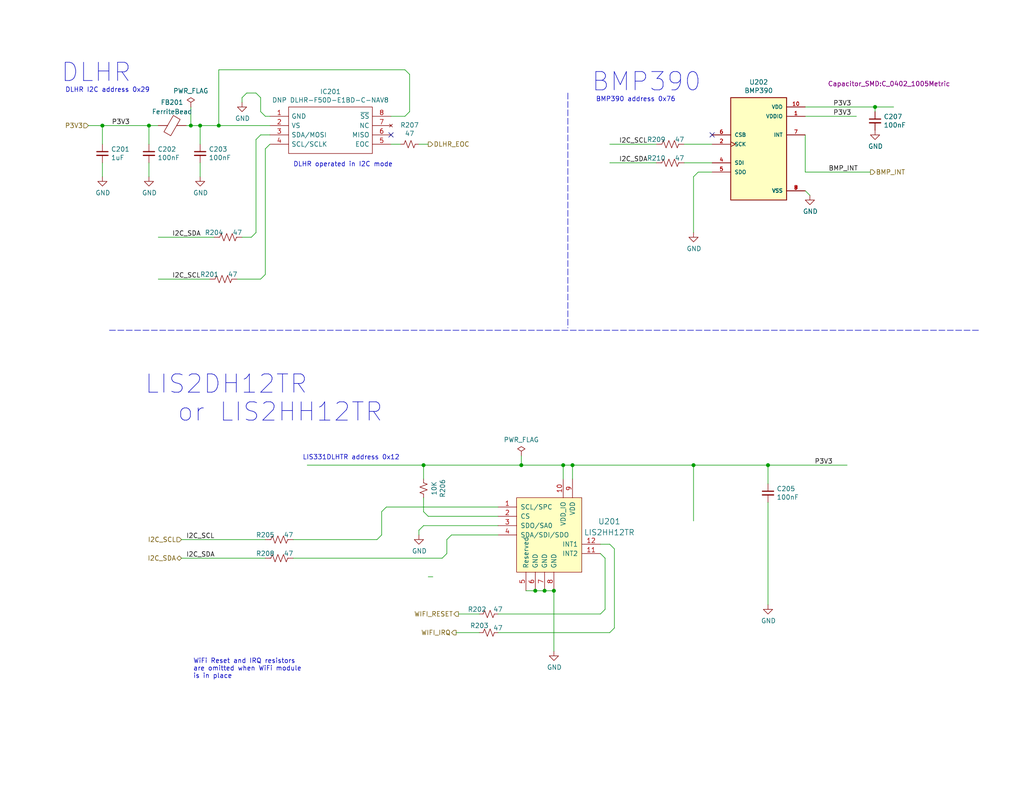
<source format=kicad_sch>
(kicad_sch (version 20211123) (generator eeschema)
  (paper "A")
  (title_block (title "Sapphire Mini M2") (date "2022-10-04") (rev "1") (company "Southern Methodist Univ") (comment 1 "Chris Hayward") (comment 2 "Markup copy w/ errors!"))
  (lib_symbols
    (symbol "Device:C_Small" (pin_numbers hide) (pin_names (offset 0.254) hide)
      (property "Reference" "C" (at 0.254 1.778 0))
      (property "Value" "C_Small" (at 0.254 -2.032 0))
      (symbol "C_Small_0_1"
        (polyline (pts (xy -1.524 -0.508) (xy 1.524 -0.508)) (stroke (width 0.3302)))
        (polyline (pts (xy -1.524 0.508) (xy 1.524 0.508)) (stroke (width 0.3048)))
      )
      (symbol "C_Small_1_1"
        (pin passive line (at 0 2.54 270) (length 2.032) (name "~") (number "1"))
        (pin passive line (at 0 -2.54 90) (length 2.032) (name "~") (number "2"))
      )
    )
    (symbol "Device:FerriteBead" (pin_numbers hide) (pin_names (offset 0))
      (property "Reference" "FB" (at -3.81 0.635 90))
      (property "Value" "FerriteBead" (at 3.81 0 90))
      (symbol "FerriteBead_0_1"
        (polyline (pts (xy 0 -1.27) (xy 0 -1.2192)))
        (polyline (pts (xy 0 1.27) (xy 0 1.2954)))
        (polyline (pts (xy -2.7686 0.4064) (xy -1.7018 2.2606) (xy 2.7686 -0.3048) (xy 1.6764 -2.159) (xy -2.7686 0.4064)))
      )
      (symbol "FerriteBead_1_1"
        (pin passive line (at 0 3.81 270) (length 2.54) (name "~") (number "1"))
        (pin passive line (at 0 -3.81 90) (length 2.54) (name "~") (number "2"))
      )
    )
    (symbol "Device:R_Small_US" (pin_numbers hide) (pin_names (offset 0.254) hide)
      (property "Reference" "R" (at 0.762 0.508 0))
      (property "Value" "R_Small_US" (at 0.762 -1.016 0))
      (symbol "R_Small_US_1_1"
        (polyline (pts (xy 0 0) (xy 1.016 -0.381) (xy 0 -0.762) (xy -1.016 -1.143) (xy 0 -1.524)))
        (polyline (pts (xy 0 1.524) (xy 1.016 1.143) (xy 0 0.762) (xy -1.016 0.381) (xy 0 0)))
        (pin passive line (at 0 2.54 270) (length 1.016) (name "~") (number "1"))
        (pin passive line (at 0 -2.54 90) (length 1.016) (name "~") (number "2"))
      )
    )
    (symbol "Device:R_US" (pin_numbers hide) (pin_names (offset 0))
      (property "Reference" "R" (at 2.54 0 90))
      (property "Value" "R_US" (at -2.54 0 90))
      (symbol "R_US_0_1"
        (polyline (pts (xy 0 -2.286) (xy 0 -2.54)))
        (polyline (pts (xy 0 2.286) (xy 0 2.54)))
        (polyline (pts (xy 0 -0.762) (xy 1.016 -1.143) (xy 0 -1.524) (xy -1.016 -1.905) (xy 0 -2.286)))
        (polyline (pts (xy 0 0.762) (xy 1.016 0.381) (xy 0 0) (xy -1.016 -0.381) (xy 0 -0.762)))
        (polyline (pts (xy 0 2.286) (xy 1.016 1.905) (xy 0 1.524) (xy -1.016 1.143) (xy 0 0.762)))
      )
      (symbol "R_US_1_1"
        (pin passive line (at 0 3.81 270) (length 1.27) (name "~") (number "1"))
        (pin passive line (at 0 -3.81 90) (length 1.27) (name "~") (number "2"))
      )
    )
    (symbol "dk_Motion-Sensors-Accelerometers:LIS2DH12TR" (pin_names (offset 1.016))
      (property "Reference" "U" (at -2.54 11.43 0))
      (property "Value" "LIS2DH12TR" (at 12.7 -17.78 0))
      (symbol "LIS2DH12TR_0_1"
        (rectangle (start -10.16 -10.16) (end 7.62 10.16) (fill (type background)))
      )
      (symbol "LIS2DH12TR_1_1"
        (pin input line (at -15.24 7.62 0) (length 5.08) (name "SCL/SPC") (number "1"))
        (pin power_in line (at 2.54 15.24 270) (length 5.08) (name "VDD_IO") (number "10"))
        (pin output line (at 12.7 -5.08 180) (length 5.08) (name "INT2") (number "11"))
        (pin output line (at 12.7 -2.54 180) (length 5.08) (name "INT1") (number "12"))
        (pin input line (at -15.24 5.08 0) (length 5.08) (name "CS") (number "2"))
        (pin bidirectional line (at -15.24 2.54 0) (length 5.08) (name "SDO/SA0") (number "3"))
        (pin bidirectional line (at -15.24 0 0) (length 5.08) (name "SDA/SDI/SDO") (number "4"))
        (pin power_in line (at -7.62 -15.24 90) (length 5.08) (name "Reserved") (number "5"))
        (pin power_in line (at -5.08 -15.24 90) (length 5.08) (name "GND") (number "6"))
        (pin power_in line (at -2.54 -15.24 90) (length 5.08) (name "GND") (number "7"))
        (pin power_in line (at 0 -15.24 90) (length 5.08) (name "GND") (number "8"))
        (pin power_in line (at 5.08 15.24 270) (length 5.08) (name "VDD") (number "9"))
      )
    )
    (symbol "power:GND" (power) (pin_names (offset 0))
      (property "Value" "GND" (at 0 -3.81 0))
      (symbol "GND_0_1"
        (polyline (pts (xy 0 0) (xy 0 -1.27) (xy 1.27 -1.27) (xy 0 -2.54) (xy -1.27 -1.27) (xy 0 -1.27)))
      )
      (symbol "GND_1_1"
        (pin power_in line (at 0 0 270) (length 0) hide (name "GND") (number "1"))
      )
    )
    (symbol "power:PWR_FLAG" (power) (pin_numbers hide) (pin_names (offset 0) hide)
      (property "Value" "PWR_FLAG" (at 0 3.81 0))
      (symbol "PWR_FLAG_0_0"
        (pin power_out line (at 0 0 90) (length 0) (name "pwr") (number "1"))
      )
      (symbol "PWR_FLAG_0_1"
        (polyline (pts (xy 0 0) (xy 0 1.27) (xy -1.016 1.905) (xy 0 2.54) (xy 1.016 1.905) (xy 0 1.27)))
      )
    )
    (symbol "sapphireMini:BMP388" (pin_names (offset 1.016))
      (property "Reference" "U" (at -7.62 15.2654 0))
      (property "Value" "BMP388" (at -7.62 -15.2654 0))
      (symbol "BMP388_0_0"
        (rectangle (start -7.62 -12.7) (end 7.62 15.24) (stroke (width 0.254)) (fill (type background)))
        (pin power_in line (at 12.7 10.16 180) (length 5.08) (name "VDDIO") (number "1"))
        (pin power_in line (at 12.7 12.7 180) (length 5.08) (name "VDD") (number "10"))
        (pin input clock (at -12.7 2.54 0) (length 5.08) (name "SCK") (number "2"))
        (pin power_in line (at 12.7 -10.16 180) (length 5.08) (name "VSS") (number "3"))
        (pin bidirectional line (at -12.7 -2.54 0) (length 5.08) (name "SDI") (number "4"))
        (pin bidirectional line (at -12.7 -5.08 0) (length 5.08) (name "SDO") (number "5"))
        (pin input line (at -12.7 5.08 0) (length 5.08) (name "CSB") (number "6"))
        (pin output line (at 12.7 5.08 180) (length 5.08) (name "INT") (number "7"))
        (pin power_in line (at 12.7 -10.16 180) (length 5.08) (name "VSS") (number "8"))
        (pin power_in line (at 12.7 -10.16 180) (length 5.08) (name "VSS") (number "9"))
      )
    )
    (symbol "sapphireMini:DLHR-F50D-E1BD-C-NAV8" (pin_names (offset 0.762))
      (property "Reference" "IC" (at 29.21 7.62 0))
      (property "Value" "DLHR-F50D-E1BD-C-NAV8" (at 29.21 5.08 0))
      (symbol "DLHR-F50D-E1BD-C-NAV8_0_0"
        (pin power_in line (at 0 0 0) (length 5.08) (name "GND") (number "1"))
        (pin power_in line (at 0 -2.54 0) (length 5.08) (name "VS") (number "2"))
        (pin input line (at 0 -5.08 0) (length 5.08) (name "SDA/MOSI") (number "3"))
        (pin bidirectional line (at 0 -7.62 0) (length 5.08) (name "SCL/SCLK") (number "4"))
        (pin output line (at 33.02 -7.62 180) (length 5.08) (name "EOC") (number "5"))
        (pin bidirectional line (at 33.02 -5.08 180) (length 5.08) (name "MISO") (number "6"))
        (pin no_connect line (at 33.02 -2.54 180) (length 5.08) (name "NC") (number "7"))
        (pin input line (at 33.02 0 180) (length 5.08) (name "~{SS}") (number "8"))
      )
      (symbol "DLHR-F50D-E1BD-C-NAV8_0_1"
        (polyline (pts (xy 5.08 2.54) (xy 27.94 2.54) (xy 27.94 -10.16) (xy 5.08 -10.16) (xy 5.08 2.54)) (stroke (width 0.1524)))
      )
    )
  )
  (junction (at 54.61 34.29))
  (junction (at 189.23 127))
  (junction (at 151.13 161.29))
  (junction (at 52.07 34.29))
  (junction (at 156.21 127))
  (junction (at 115.57 127))
  (junction (at 209.55 127))
  (junction (at 238.76 29.21))
  (junction (at 153.67 127))
  (junction (at 59.69 34.29))
  (junction (at 27.94 34.29))
  (junction (at 146.05 161.29))
  (junction (at 40.64 34.29))
  (junction (at 148.59 161.29))
  (junction (at 142.24 127))
  (no_connect (at 194.31 36.83))
  (no_connect (at 106.68 36.83))
  (wire (pts (xy 167.64 149.86) (xy 167.64 171.45)))
  (wire (pts (xy 69.85 63.5) (xy 68.58 64.77)))
  (wire (pts (xy 209.55 137.16) (xy 209.55 165.1)))
  (wire (pts (xy 238.76 29.21) (xy 243.84 29.21)))
  (wire (pts (xy 71.12 26.67) (xy 71.12 30.48)))
  (wire (pts (xy 121.92 151.13) (xy 120.65 152.4)))
  (wire (pts (xy 115.57 139.7) (xy 115.57 135.89)))
  (wire (pts (xy 167.64 171.45) (xy 166.37 172.72)))
  (wire (pts (xy 54.61 48.26) (xy 54.61 44.45)))
  (wire (pts (xy 165.1 152.4) (xy 165.1 166.37)))
  (wire (pts (xy 148.59 161.29) (xy 151.13 161.29)))
  (wire (pts (xy 219.71 52.07) (xy 220.98 53.34)))
  (wire (pts (xy 59.69 19.05) (xy 59.69 34.29)))
  (wire (pts (xy 123.19 146.05) (xy 121.92 147.32)))
  (wire (pts (xy 110.49 31.75) (xy 106.68 31.75)))
  (polyline (pts (xy 29.845 90.17) (xy 267.335 90.17)))
  (wire (pts (xy 189.23 127) (xy 209.55 127)))
  (wire (pts (xy 106.68 39.37) (xy 109.22 39.37)))
  (wire (pts (xy 142.24 124.46) (xy 142.24 127)))
  (wire (pts (xy 24.13 34.29) (xy 27.94 34.29)))
  (wire (pts (xy 73.66 39.37) (xy 72.39 40.64)))
  (wire (pts (xy 72.39 31.75) (xy 73.66 31.75)))
  (wire (pts (xy 105.41 138.43) (xy 104.14 139.7)))
  (wire (pts (xy 219.71 31.75) (xy 233.68 31.75)))
  (polyline (pts (xy 154.94 25.4) (xy 154.94 89.535)))
  (wire (pts (xy 114.3 39.37) (xy 116.84 39.37)))
  (wire (pts (xy 54.61 34.29) (xy 54.61 39.37)))
  (wire (pts (xy 156.21 130.81) (xy 156.21 127)))
  (wire (pts (xy 125.095 167.64) (xy 130.81 167.64)))
  (wire (pts (xy 71.12 30.48) (xy 72.39 31.75)))
  (wire (pts (xy 115.57 130.81) (xy 115.57 127)))
  (wire (pts (xy 166.37 39.37) (xy 179.07 39.37)))
  (wire (pts (xy 153.67 127) (xy 156.21 127)))
  (wire (pts (xy 59.69 34.29) (xy 54.61 34.29)))
  (wire (pts (xy 27.94 34.29) (xy 40.64 34.29)))
  (wire (pts (xy 110.49 19.05) (xy 59.69 19.05)))
  (wire (pts (xy 143.51 161.29) (xy 146.05 161.29)))
  (wire (pts (xy 135.89 172.72) (xy 166.37 172.72)))
  (wire (pts (xy 49.53 147.32) (xy 72.39 147.32)))
  (wire (pts (xy 209.55 127) (xy 231.14 127)))
  (wire (pts (xy 69.85 25.4) (xy 71.12 26.67)))
  (wire (pts (xy 105.41 138.43) (xy 135.89 138.43)))
  (wire (pts (xy 73.66 34.29) (xy 59.69 34.29)))
  (wire (pts (xy 163.83 151.13) (xy 165.1 152.4)))
  (wire (pts (xy 66.04 26.67) (xy 67.31 25.4)))
  (wire (pts (xy 118.11 157.48) (xy 116.84 157.48)))
  (wire (pts (xy 186.69 44.45) (xy 194.31 44.45)))
  (wire (pts (xy 73.66 36.83) (xy 71.12 36.83)))
  (wire (pts (xy 40.64 34.29) (xy 43.18 34.29)))
  (wire (pts (xy 68.58 64.77) (xy 66.04 64.77)))
  (wire (pts (xy 153.67 130.81) (xy 153.67 127)))
  (wire (pts (xy 151.13 161.29) (xy 151.13 177.8)))
  (wire (pts (xy 130.81 172.72) (xy 124.46 172.72)))
  (wire (pts (xy 135.89 140.97) (xy 116.84 140.97)))
  (wire (pts (xy 219.71 46.99) (xy 237.49 46.99)))
  (wire (pts (xy 156.21 127) (xy 189.23 127)))
  (wire (pts (xy 166.37 148.59) (xy 167.64 149.86)))
  (wire (pts (xy 83.82 127) (xy 115.57 127)))
  (wire (pts (xy 27.94 34.29) (xy 27.94 39.37)))
  (wire (pts (xy 135.89 146.05) (xy 123.19 146.05)))
  (wire (pts (xy 189.23 142.24) (xy 189.23 127)))
  (wire (pts (xy 189.23 48.26) (xy 189.23 63.5)))
  (wire (pts (xy 66.04 27.94) (xy 66.04 26.67)))
  (wire (pts (xy 72.39 74.93) (xy 71.12 76.2)))
  (wire (pts (xy 135.89 143.51) (xy 115.57 143.51)))
  (wire (pts (xy 114.3 144.78) (xy 114.3 146.05)))
  (wire (pts (xy 49.53 152.4) (xy 72.39 152.4)))
  (wire (pts (xy 115.57 127) (xy 142.24 127)))
  (wire (pts (xy 69.85 38.1) (xy 69.85 63.5)))
  (wire (pts (xy 58.42 64.77) (xy 43.18 64.77)))
  (wire (pts (xy 71.12 76.2) (xy 64.77 76.2)))
  (wire (pts (xy 166.37 44.45) (xy 179.07 44.45)))
  (wire (pts (xy 104.14 146.05) (xy 102.87 147.32)))
  (wire (pts (xy 52.07 34.29) (xy 54.61 34.29)))
  (wire (pts (xy 111.76 20.32) (xy 111.76 30.48)))
  (wire (pts (xy 190.5 46.99) (xy 189.23 48.26)))
  (wire (pts (xy 219.71 36.83) (xy 219.71 46.99)))
  (wire (pts (xy 238.76 30.48) (xy 238.76 29.21)))
  (wire (pts (xy 72.39 40.64) (xy 72.39 74.93)))
  (wire (pts (xy 71.12 36.83) (xy 69.85 38.1)))
  (wire (pts (xy 80.01 152.4) (xy 120.65 152.4)))
  (wire (pts (xy 219.71 29.21) (xy 238.76 29.21)))
  (wire (pts (xy 67.31 25.4) (xy 69.85 25.4)))
  (wire (pts (xy 163.83 148.59) (xy 166.37 148.59)))
  (wire (pts (xy 121.92 147.32) (xy 121.92 151.13)))
  (wire (pts (xy 57.15 76.2) (xy 43.18 76.2)))
  (wire (pts (xy 111.76 30.48) (xy 110.49 31.75)))
  (wire (pts (xy 165.1 166.37) (xy 163.83 167.64)))
  (wire (pts (xy 115.57 143.51) (xy 114.3 144.78)))
  (wire (pts (xy 146.05 161.29) (xy 148.59 161.29)))
  (wire (pts (xy 52.07 29.21) (xy 52.07 34.29)))
  (wire (pts (xy 209.55 127) (xy 209.55 132.08)))
  (wire (pts (xy 80.01 147.32) (xy 102.87 147.32)))
  (wire (pts (xy 104.14 139.7) (xy 104.14 146.05)))
  (wire (pts (xy 116.84 140.97) (xy 115.57 139.7)))
  (wire (pts (xy 194.31 46.99) (xy 190.5 46.99)))
  (wire (pts (xy 142.24 127) (xy 153.67 127)))
  (wire (pts (xy 40.64 34.29) (xy 40.64 39.37)))
  (wire (pts (xy 110.49 19.05) (xy 111.76 20.32)))
  (wire (pts (xy 135.89 167.64) (xy 163.83 167.64)))
  (wire (pts (xy 186.69 39.37) (xy 194.31 39.37)))
  (wire (pts (xy 27.94 44.45) (xy 27.94 48.26)))
  (wire (pts (xy 40.64 44.45) (xy 40.64 48.26)))
  (wire (pts (xy 50.8 34.29) (xy 52.07 34.29)))
  (text "BMP390 address 0x76" (at 162.56 27.94 0) (effects (font (size 1.27 1.27)) (justify left bottom)))
  (text "LIS2DH12TR" (at 39.37 107.95 0) (effects (font (size 5 5)) (justify left bottom)))
  (text "LIS331DLHTR address 0x12" (at 82.55 125.73 0) (effects (font (size 1.27 1.27)) (justify left bottom)))
  (text "or LIS2HH12TR" (at 48.26 115.57 0) (effects (font (size 5 5)) (justify left bottom)))
  (text "DLHR operated in I2C mode" (at 80.01 45.72 0) (effects (font (size 1.27 1.27)) (justify left bottom)))
  (text "BMP390" (at 161.29 25.4 0) (effects (font (size 5 5)) (justify left bottom)))
  (text "DLHR" (at 16.51 22.86 0) (effects (font (size 5 5)) (justify left bottom)))
  (text "WiFi Reset and IRQ resistors\nare omitted when WiFi module\nis in place" (at 52.705 185.42 0) (effects (font (size 1.27 1.27)) (justify left bottom)))
  (text "DLHR I2C address 0x29" (at 17.78 25.4 0) (effects (font (size 1.27 1.27)) (justify left bottom)))
  (label "BMP_INT" (at 226.06 46.99 0))
  (label "I2C_SDA" (at 46.99 64.77 0))
  (label "P3V3" (at 227.33 29.21 0))
  (label "P3V3" (at 227.33 31.75 0))
  (label "I2C_SCL" (at 50.8 147.32 0))
  (label "I2C_SCL" (at 168.91 39.37 0))
  (label "P3V3" (at 222.25 127 0))
  (label "P3V3" (at 30.48 34.29 0))
  (label "I2C_SDA" (at 50.8 152.4 0))
  (label "I2C_SDA" (at 168.91 44.45 0))
  (label "I2C_SCL" (at 46.99 76.2 0))
  (hierarchical_label "WIFI_RESET" (shape output) (at 125.095 167.64 180))
  (hierarchical_label "BMP_INT" (shape output) (at 237.49 46.99 0))
  (hierarchical_label "I2C_SCL" (shape input) (at 49.53 147.32 180))
  (hierarchical_label "I2C_SDA" (shape bidirectional) (at 49.53 152.4 180))
  (hierarchical_label "DLHR_EOC" (shape output) (at 116.84 39.37 0))
  (hierarchical_label "WIFI_IRQ" (shape output) (at 124.46 172.72 180))
  (hierarchical_label "P3V3" (shape input) (at 24.13 34.29 180))
  (symbol (lib_id "power:PWR_FLAG") (at 52.07 29.21 0) (unit 1)
    (property "Reference" "#FLG0201" (effects hide))
    (property "Value" "PWR_FLAG" (at 52.07 24.8158 0))
  )
  (symbol (lib_id "power:GND") (at 27.94 48.26 0) (unit 1)
    (property "Reference" "#PWR0201" (effects hide))
    (property "Value" "GND" (at 28.067 52.6542 0))
  )
  (symbol (lib_id "Device:C_Small") (at 54.61 41.91 0) (unit 1)
    (property "Reference" "C203" (at 56.9468 40.7416 0) (effects (justify left)))
    (property "Value" "100nF" (at 56.9468 43.053 0) (effects (justify left)))
    (property "Footprint" "Capacitor_SMD:C_0402_1005Metric" (effects hide))
    (property "DigiKey Price" "0.10" (effects hide))
    (property "MPN" "CL05A104KA5NNNC" (effects hide))
    (property "Manufacturer" "Samsung" (effects hide))
    (property "Tolerance" "10%" (effects hide))
    (property "Voltage" "25" (effects hide))
    (property "Voltage Rating (DC)" "25 volt" (effects hide))
    (property "Populate" "1" (effects hide))
    (property "MacroFab_PN" "MF-CAP-0603-0.1uF" (effects hide))
    (property "Digi-Key_PN" "1276-1006-1-ND " (effects hide))
    (property "Distributor" "Digikey" (effects hide))
    (property "DPN" "1276-1006-1-ND " (effects hide))
    (property "Description" "0.1 µF ±10% 25V Ceramic Capacitor X5R 0402 (1005 Metric)" (effects hide))
  )
  (symbol (lib_id "power:GND") (at 54.61 48.26 0) (unit 1)
    (property "Reference" "#PWR0204" (effects hide))
    (property "Value" "GND" (at 54.737 52.6542 0))
  )
  (symbol (lib_id "power:GND") (at 40.64 48.26 0) (unit 1)
    (property "Reference" "#PWR0203" (effects hide))
    (property "Value" "GND" (at 40.767 52.6542 0))
  )
  (symbol (lib_id "Device:C_Small") (at 40.64 41.91 0) (unit 1)
    (property "Reference" "C202" (at 42.9768 40.7416 0) (effects (justify left)))
    (property "Value" "100nF" (at 42.9768 43.053 0) (effects (justify left)))
    (property "Footprint" "Capacitor_SMD:C_0402_1005Metric" (effects hide))
    (property "DigiKey Price" "0.10" (effects hide))
    (property "MPN" "CL05A104KA5NNNC" (effects hide))
    (property "Manufacturer" "Samsung" (effects hide))
    (property "Tolerance" "10%" (effects hide))
    (property "Voltage" "25" (effects hide))
    (property "Voltage Rating (DC)" "25 volt" (effects hide))
    (property "Populate" "1" (effects hide))
    (property "MacroFab_PN" "MF-CAP-0603-0.1uF" (effects hide))
    (property "Digi-Key_PN" "1276-1006-1-ND " (effects hide))
    (property "Distributor" "Digikey" (effects hide))
    (property "DPN" "1276-1006-1-ND " (effects hide))
    (property "Description" "0.1 µF ±10% 25V Ceramic Capacitor X5R 0402 (1005 Metric)" (effects hide))
  )
  (symbol (lib_id "sapphireMini:DLHR-F50D-E1BD-C-NAV8") (at 73.66 31.75 0) (unit 1)
    (property "Reference" "IC201" (at 90.17 25.019 0))
    (property "Value" "DNP DLHR-F50D-E1BD-C-NAV8" (at 90.17 27.3304 0))
    (property "Footprint" "Sapphire:DLHRF50DE1BDCNAV8" (effects hide))
    (property "Datasheet" "https://www.mouser.mx/datasheet/2/18/DS-0350_Rev_B-1499216.pdf" (effects hide))
    (property "Description" "Board Mount Pressure Sensors Low Voltage Digital Pressure Sensor, 0.5 inH2O" (effects hide))
    (property "Height" "9.15" (effects hide))
    (property "Manufacturer_Name" "Amphenol" (effects hide))
    (property "Manufacturer_Part_Number" "DLHR-F50D-E1BD-C-NAV8" (effects hide))
    (property "Mouser Part Number" "683-LHRF50DE1BDCNAV8" (effects hide))
    (property "Mouser Price/Stock" "https://www.mouser.com/Search/Refine.aspx?Keyword=683-LHRF50DE1BDCNAV8" (effects hide))
    (property "MPN" "DLHR-F50D-E1BD-C-NAV8" (effects hide))
    (property "Populate" "0" (effects hide))
    (property "MacroFab_PN" "DLHR-F50D-E1BD-C-NAV8" (effects hide))
    (property "Digi-Key_PN" "442-1163-ND" (effects hide))
    (property "Manufacturer" " 	Amphenol All Sensors Corporation " (effects hide))
    (property "Distributor" "Digikey" (effects hide))
    (property "DPN" "442-1163-ND" (effects hide))
    (property "PTH" "1" (effects hide))
    (property "OnHand" "110" (effects hide))
  )
  (symbol (lib_id "Device:C_Small") (at 209.55 134.62 0) (unit 1)
    (property "Reference" "C205" (at 211.8868 133.4516 0) (effects (justify left)))
    (property "Value" "100nF" (at 211.8868 135.763 0) (effects (justify left)))
    (property "Footprint" "Capacitor_SMD:C_0402_1005Metric" (effects hide))
    (property "DigiKey Price" "0.10" (effects hide))
    (property "MPN" "CL05A104KA5NNNC" (effects hide))
    (property "Manufacturer" "Samsung" (effects hide))
    (property "Tolerance" "10%" (effects hide))
    (property "Voltage" "25" (effects hide))
    (property "Voltage Rating (DC)" "25 volt" (effects hide))
    (property "Populate" "1" (effects hide))
    (property "MacroFab_PN" "MF-CAP-0603-0.1uF" (effects hide))
    (property "Digi-Key_PN" "1276-1006-1-ND " (effects hide))
    (property "Distributor" "Digikey" (effects hide))
    (property "DPN" "1276-1006-1-ND " (effects hide))
    (property "Description" "0.1 µF ±10% 25V Ceramic Capacitor X5R 0402 (1005 Metric)" (effects hide))
  )
  (symbol (lib_id "power:GND") (at 209.55 165.1 0) (unit 1)
    (property "Reference" "#PWR0207" (effects hide))
    (property "Value" "GND" (at 209.677 169.4942 0))
  )
  (symbol (lib_id "Device:R_Small_US") (at 115.57 133.35 180) (unit 1)
    (property "Reference" "R206" (at 120.777 133.35 90))
    (property "Value" "10K" (at 118.4656 133.35 90))
    (property "Footprint" "Resistor_SMD:R_0603_1608Metric" (effects hide))
    (property "DigiKey Price" "0.05" (effects hide))
    (property "MPN" "CRCW060310K0FKEAC" (effects hide))
    (property "Manufacturer" "Vishay" (effects hide))
    (property "Tolerance" "5%" (effects hide))
    (property "Populate" "1" (effects hide))
    (property "MacroFab_PN" "MF-RES-0603-47" (effects hide))
    (property "Digi-Key_PN" "541-5440-1-ND" (effects hide))
    (property "Distributor" "Digikey" (effects hide))
    (property "DPN" "541-5440-1-ND" (effects hide))
    (property "Description" "10K Ohms ±1% 0.1W, 1/10W Chip Resistor 0603" (effects hide))
  )
  (symbol (lib_id "Device:C_Small") (at 238.76 33.02 0) (unit 1)
    (property "Reference" "C207" (at 241.0968 31.8516 0) (effects (justify left)))
    (property "Value" "100nF" (at 241.0968 34.163 0) (effects (justify left)))
    (property "Footprint" "Capacitor_SMD:C_0402_1005Metric" (at 242.57 22.86 0))
    (property "DigiKey Price" "0.10" (effects hide))
    (property "MPN" "CL05A104KA5NNNC" (effects hide))
    (property "Manufacturer" "Samsung" (effects hide))
    (property "Tolerance" "10%" (effects hide))
    (property "Voltage" "25" (effects hide))
    (property "Voltage Rating (DC)" "25 volt" (effects hide))
    (property "Populate" "1" (effects hide))
    (property "MacroFab_PN" "MF-CAP-0603-0.1uF" (effects hide))
    (property "Digi-Key_PN" "1276-1006-1-ND " (effects hide))
    (property "Distributor" "Digikey" (effects hide))
    (property "DPN" "1276-1006-1-ND " (effects hide))
    (property "Description" "0.1 µF ±10% 25V Ceramic Capacitor X5R 0402 (1005 Metric)" (effects hide))
  )
  (symbol (lib_id "power:GND") (at 220.98 53.34 0) (unit 1)
    (property "Reference" "#PWR0209" (effects hide))
    (property "Value" "GND" (at 221.107 57.7342 0))
  )
  (symbol (lib_id "power:GND") (at 238.76 35.56 0) (unit 1)
    (property "Reference" "#PWR0211" (effects hide))
    (property "Value" "GND" (at 238.887 39.9542 0))
  )
  (symbol (lib_id "power:GND") (at 189.23 63.5 0) (unit 1)
    (property "Reference" "#PWR0208" (effects hide))
    (property "Value" "GND" (at 189.357 67.8942 0))
  )
  (symbol (lib_id "sapphireMini:BMP388") (at 207.01 41.91 0) (unit 1)
    (property "Reference" "U202" (at 207.01 22.4282 0))
    (property "Value" "BMP390" (at 207.01 24.7396 0))
    (property "Footprint" "Sapphire:BMP388" (effects hide))
    (property "PARTREV" "1.1" (effects hide))
    (property "STANDARD" "IPC 7351B" (effects hide))
    (property "MANUFACTURER" "BOSCH" (effects hide))
    (property "DPN" "828-1079-1-ND" (effects hide))
    (property "MPN" "BMP390" (effects hide))
    (property "Manufacturer" "Bosch" (effects hide))
    (property "Populate" "1" (effects hide))
    (property "Description" "Pressure Sensor 4.35PSI ~ 18.13PSI (30kPa ~ 125kPa) Absolute - - 10-WFLGA" (effects hide))
    (property "Digi-Key_PN" "828-1079-1-ND " (effects hide))
    (property "OnHand" "120" (effects hide))
    (property "Status" "MiniReel" (effects hide))
    (property "Distributor" "Digikey" (effects hide))
  )
  (symbol (lib_id "Device:R_Small_US") (at 133.35 167.64 270) (unit 1)
    (property "Reference" "R202" (at 130.175 166.37 90))
    (property "Value" "47" (at 135.89 166.37 90))
    (property "Footprint" "Resistor_SMD:R_0603_1608Metric" (effects hide))
    (property "DigiKey Price" "0.05" (effects hide))
    (property "MPN" "CRCW060347R0FKEAC" (effects hide))
    (property "Manufacturer" "Vishay" (effects hide))
    (property "Tolerance" "5%" (effects hide))
    (property "Populate" "1" (effects hide))
    (property "MacroFab_PN" "MF-RES-0603-47" (effects hide))
    (property "Digi-Key_PN" "541-5440-1-ND" (effects hide))
    (property "Distributor" "Digikey" (effects hide))
    (property "DPN" "541-5440-1-ND" (effects hide))
    (property "Description" "47 Ohms ±1% 0.1W, 1/10W Chip Resistor 0603" (effects hide))
  )
  (symbol (lib_id "dk_Motion-Sensors-Accelerometers:LIS2DH12TR") (at 151.13 146.05 0) (unit 1)
    (property "Reference" "U201" (at 166.2657 142.3722 0) (effects (font (size 1.524 1.524))))
    (property "Value" "LIS2HH12TR" (at 166.2657 145.3656 0) (effects (font (size 1.524 1.524))))
    (property "Footprint" "Sapphire:LIS2DH12TR" (effects hide))
    (property "Datasheet" "http://www.st.com/content/ccc/resource/technical/document/datasheet/12/c0/5c/36/b9/58/46/f2/DM00091513.pdf/files/DM00091513.pdf/jcr:content/translations/en.DM00091513.pdf" (effects hide))
    (property "Digi-Key_PN" "497-14851-1-ND" (effects hide))
    (property "MPN" "LIS2DH12TR" (effects hide))
    (property "Category" "Sensors, Transducers" (effects hide))
    (property "Family" "Motion Sensors - Accelerometers" (effects hide))
    (property "DK_Datasheet_Link" "http://www.st.com/content/ccc/resource/technical/document/datasheet/12/c0/5c/36/b9/58/46/f2/DM00091513.pdf/files/DM00091513.pdf/jcr:content/translations/en.DM00091513.pdf" (effects hide))
    (property "DK_Detail_Page" "/product-detail/en/stmicroelectronics/LIS2DH12TR/497-14851-1-ND/4899838" (effects hide))
    (property "Description" "ACCEL 2-16G I2C/SPI 12LGA" (effects hide))
    (property "Manufacturer" "STMicroelectronics" (effects hide))
    (property "Status" "Active" (effects hide))
    (property "Populate" "1" (effects hide))
  )
  (symbol (lib_id "Device:R_US") (at 76.2 152.4 270) (unit 1)
    (property "Reference" "R208" (at 72.39 151.13 90))
    (property "Value" "47" (at 78.74 151.13 90))
    (property "Footprint" "Resistor_SMD:R_0603_1608Metric" (effects hide))
    (property "Description" "47 Ohms ±1% 0.1W, 1/10W Chip Resistor 0603" (effects hide))
    (property "MPN" "CRCW060347R0FKEAC" (effects hide))
    (property "Manufacturer" "Vishay" (effects hide))
    (property "Populate" "1" (effects hide))
  )
  (symbol (lib_id "power:GND") (at 151.13 177.8 0) (unit 1)
    (property "Reference" "#PWR0109" (effects hide))
    (property "Value" "GND" (at 151.257 182.1942 0))
  )
  (symbol (lib_id "Device:R_Small_US") (at 133.35 172.72 270) (unit 1)
    (property "Reference" "R203" (at 130.81 170.815 90))
    (property "Value" "47" (at 135.89 171.45 90))
    (property "Footprint" "Resistor_SMD:R_0603_1608Metric" (effects hide))
    (property "DigiKey Price" "0.05" (effects hide))
    (property "MPN" "CRCW060347R0FKEAC" (effects hide))
    (property "Manufacturer" "Vishay" (effects hide))
    (property "Tolerance" "5%" (effects hide))
    (property "Populate" "1" (effects hide))
    (property "MacroFab_PN" "MF-RES-0603-47" (effects hide))
    (property "Digi-Key_PN" "541-5440-1-ND" (effects hide))
    (property "Distributor" "Digikey" (effects hide))
    (property "DPN" "541-5440-1-ND" (effects hide))
    (property "Description" "47 Ohms ±1% 0.1W, 1/10W Chip Resistor 0603" (effects hide))
  )
  (symbol (lib_id "power:GND") (at 66.04 27.94 0) (unit 1)
    (property "Reference" "#PWR0205" (effects hide))
    (property "Value" "GND" (at 66.167 32.3342 0))
  )
  (symbol (lib_id "Device:R_US") (at 76.2 147.32 270) (unit 1)
    (property "Reference" "R205" (at 72.39 146.05 90))
    (property "Value" "47" (at 78.74 146.05 90))
    (property "Footprint" "Resistor_SMD:R_0603_1608Metric" (effects hide))
    (property "Description" "47 Ohms ±1% 0.1W, 1/10W Chip Resistor 0603" (effects hide))
    (property "MPN" "CRCW060347R0FKEAC" (effects hide))
    (property "Manufacturer" "Vishay" (effects hide))
    (property "Populate" "1" (effects hide))
  )
  (symbol (lib_id "Device:R_US") (at 60.96 76.2 270) (unit 1)
    (property "Reference" "R201" (at 57.15 74.93 90))
    (property "Value" "47" (at 63.5 74.93 90))
    (property "Footprint" "Resistor_SMD:R_0603_1608Metric" (effects hide))
    (property "Description" "47 Ohms ±1% 0.1W, 1/10W Chip Resistor 0603" (effects hide))
    (property "MPN" "CRCW060347R0FKEAC" (effects hide))
    (property "Manufacturer" "Vishay" (effects hide))
    (property "Populate" "1" (effects hide))
  )
  (symbol (lib_id "Device:C_Small") (at 27.94 41.91 0) (unit 1)
    (property "Reference" "C201" (at 30.2768 40.7416 0) (effects (justify left)))
    (property "Value" "1uF" (at 30.2768 43.053 0) (effects (justify left)))
    (property "Footprint" "Capacitor_SMD:C_0805_2012Metric" (effects hide))
    (property "DigiKey Price" "0.06" (effects hide))
    (property "MPN" "CL21B105KOFNNNG" (effects hide))
    (property "Manufacturer" "Samsung" (effects hide))
    (property "Tolerance" "10%" (effects hide))
    (property "Type" " " (effects hide))
    (property "Voltage" "16" (effects hide))
    (property "Populate" "1" (effects hide))
    (property "MacroFab_PN" "MF-CAP-0805-1uF" (effects hide))
    (property "Digi-Key_PN" "1276-6471-1-ND " (effects hide))
    (property "Distributor" "Digikey" (effects hide))
    (property "DPN" "1276-6471-1-ND " (effects hide))
    (property "Description" "1 µF ±10% 16V Ceramic Capacitor X7R 0805 " (effects hide))
  )
  (symbol (lib_id "Device:R_Small_US") (at 111.76 39.37 270) (unit 1)
    (property "Reference" "R207" (at 111.76 34.163 90))
    (property "Value" "47" (at 111.76 36.4744 90))
    (property "Footprint" "Resistor_SMD:R_0603_1608Metric" (effects hide))
    (property "DigiKey Price" "0.05" (effects hide))
    (property "MPN" "CRCW060347R0FKEAC" (effects hide))
    (property "Manufacturer" "Vishay" (effects hide))
    (property "Tolerance" "5%" (effects hide))
    (property "Populate" "1" (effects hide))
    (property "MacroFab_PN" "MF-RES-0603-47" (effects hide))
    (property "Digi-Key_PN" "541-5440-1-ND" (effects hide))
    (property "Distributor" "Digikey" (effects hide))
    (property "DPN" "541-5440-1-ND" (effects hide))
    (property "Description" "47 Ohms ±1% 0.1W, 1/10W Chip Resistor 0603" (effects hide))
  )
  (symbol (lib_id "power:GND") (at 114.3 146.05 0) (unit 1)
    (property "Reference" "#PWR0110" (effects hide))
    (property "Value" "GND" (at 114.427 150.4442 0))
  )
  (symbol (lib_id "power:PWR_FLAG") (at 142.24 124.46 0) (unit 1)
    (property "Reference" "#FLG0202" (effects hide))
    (property "Value" "PWR_FLAG" (at 142.24 120.0658 0))
  )
  (symbol (lib_id "Device:FerriteBead") (at 46.99 34.29 90) (unit 1)
    (property "Reference" "FB201" (at 46.9392 27.9486 90))
    (property "Value" "FerriteBead" (at 46.9392 30.4855 90))
    (property "Footprint" "Inductor_SMD:L_0603_1608Metric" (effects hide))
    (property "Description" "220 Ohms @ 100 MHz 1 Ferrite Bead 0603 (1608 Metric) 500mA 250mOhm" (effects hide))
    (property "MPN" "BLM18AG221SN1D" (effects hide))
    (property "Populate" "1" (effects hide))
  )
  (symbol (lib_id "Device:R_US") (at 182.88 39.37 270) (unit 1)
    (property "Reference" "R209" (at 179.07 38.1 90))
    (property "Value" "47" (at 185.42 38.1 90))
    (property "Footprint" "Resistor_SMD:R_0603_1608Metric" (effects hide))
    (property "Description" "47 Ohms ±1% 0.1W, 1/10W Chip Resistor 0603" (effects hide))
    (property "MPN" "CRCW060347R0FKEAC" (effects hide))
    (property "Manufacturer" "Vishay" (effects hide))
    (property "Populate" "1" (effects hide))
  )
  (symbol (lib_id "Device:R_US") (at 62.23 64.77 270) (unit 1)
    (property "Reference" "R204" (at 58.42 63.5 90))
    (property "Value" "47" (at 64.77 63.5 90))
    (property "Footprint" "Resistor_SMD:R_0603_1608Metric" (effects hide))
    (property "Description" "47 Ohms ±1% 0.1W, 1/10W Chip Resistor 0603" (effects hide))
    (property "MPN" "CRCW060347R0FKEAC" (effects hide))
    (property "Manufacturer" "Vishay" (effects hide))
    (property "Populate" "1" (effects hide))
  )
  (symbol (lib_id "Device:R_US") (at 182.88 44.45 270) (unit 1)
    (property "Reference" "R210" (at 179.07 43.18 90))
    (property "Value" "47" (at 185.42 43.18 90))
    (property "Footprint" "Resistor_SMD:R_0603_1608Metric" (effects hide))
    (property "Description" "47 Ohms ±1% 0.1W, 1/10W Chip Resistor 0603" (effects hide))
    (property "MPN" "CRCW060347R0FKEAC" (effects hide))
    (property "Manufacturer" "Vishay" (effects hide))
    (property "Populate" "1" (effects hide))
  )
)
</source>
